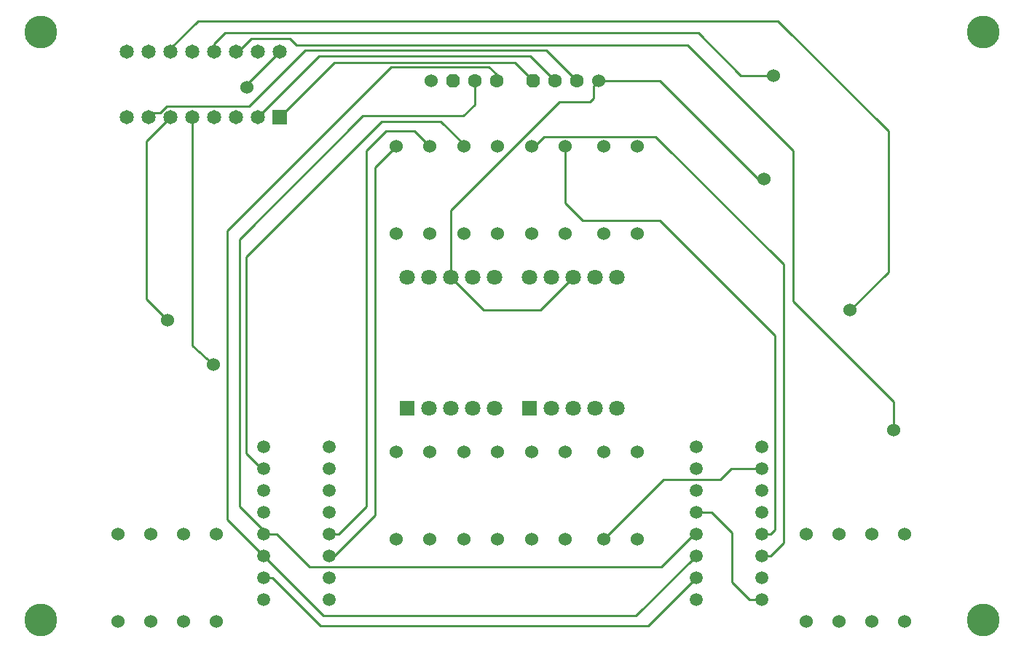
<source format=gbl>
G04*
G04 #@! TF.GenerationSoftware,Altium Limited,CircuitMaker,2.2.1 (6)*
G04*
G04 Layer_Physical_Order=2*
G04 Layer_Color=11436288*
%FSLAX25Y25*%
%MOIN*%
G70*
G04*
G04 #@! TF.SameCoordinates,C7A46A66-803E-4EFA-A11E-2D709BABBFBD*
G04*
G04*
G04 #@! TF.FilePolarity,Positive*
G04*
G01*
G75*
%ADD10C,0.01000*%
%ADD21C,0.05905*%
%ADD22R,0.07087X0.07087*%
%ADD23C,0.07087*%
%ADD24C,0.06000*%
%ADD25R,0.06500X0.06500*%
%ADD26C,0.06500*%
%ADD27C,0.06299*%
%ADD28P,0.06818X8X22.5*%
%ADD29C,0.15000*%
D10*
X528000Y375000D02*
X530500D01*
X483000Y420000D02*
X528000Y375000D01*
X455000Y420000D02*
X483000D01*
X269000Y298846D02*
X278500Y290000D01*
X352500Y221000D02*
Y380400D01*
X334000Y202500D02*
X352500Y221000D01*
X331500Y202500D02*
X334000D01*
X348500Y225000D02*
Y388000D01*
X336000Y212500D02*
X348500Y225000D01*
X331500Y212500D02*
X336000D01*
X300500Y242500D02*
X301500D01*
X293500Y249500D02*
X300500Y242500D01*
X293500Y249500D02*
Y339500D01*
X329000Y175000D02*
X472000D01*
X301500Y202500D02*
X329000Y175000D01*
X477500Y170500D02*
X499500Y192500D01*
X327500Y170500D02*
X477500D01*
X305500Y192500D02*
X327500Y170500D01*
X510500Y237500D02*
X515500Y242500D01*
X484600Y237500D02*
X510500D01*
X457100Y210000D02*
X484600Y237500D01*
X515500Y242500D02*
X529500D01*
X357500Y397000D02*
X370600D01*
X348500Y388000D02*
X357500Y397000D01*
X370600D02*
X377600Y390000D01*
X382500Y401500D02*
X393100Y390900D01*
X355500Y401500D02*
X382500D01*
X293500Y339500D02*
X355500Y401500D01*
X393000Y404000D02*
X398100Y409100D01*
X347000Y404000D02*
X393000D01*
X290500Y347500D02*
X347000Y404000D01*
X393100Y390000D02*
Y390900D01*
X495500Y436500D02*
X544000Y388000D01*
Y319000D02*
Y388000D01*
Y319000D02*
X590000Y273000D01*
Y260000D02*
Y273000D01*
X249000Y403500D02*
X250968Y405468D01*
X254250D01*
X257032Y408250D02*
X294750D01*
X254250Y405468D02*
X257032Y408250D01*
X294000Y418500D02*
X309000Y433500D01*
X294000Y417000D02*
Y418500D01*
X316500Y436500D02*
X495500D01*
X520000Y422500D02*
X535000D01*
X500500Y442000D02*
X520000Y422500D01*
X284000Y442000D02*
X500500D01*
X313609Y439391D02*
X316500Y436500D01*
X295891Y439391D02*
X313609D01*
X290000Y433500D02*
X295891Y439391D01*
X279000Y437000D02*
X284000Y442000D01*
X431000Y434000D02*
X445000Y420000D01*
X320500Y434000D02*
X431000D01*
X294750Y408250D02*
X320500Y434000D01*
X327000Y431500D02*
X423500D01*
X435000Y420000D01*
X299000Y403500D02*
X327000Y431500D01*
X334000Y428500D02*
X416500D01*
X425000Y420000D01*
X309000Y403500D02*
X334000Y428500D01*
X285000Y219000D02*
X301500Y202500D01*
X285000Y219000D02*
Y351500D01*
X360000Y426500D01*
X404500D02*
X408100Y422900D01*
X360000Y426500D02*
X404500D01*
X408100Y420000D02*
Y422900D01*
X269000Y298846D02*
Y403500D01*
X248000Y392500D02*
X259000Y403500D01*
X248000Y320000D02*
Y392500D01*
Y320000D02*
X257500Y310500D01*
X279000Y433500D02*
Y437000D01*
X537000Y447500D02*
X587500Y397000D01*
Y332500D02*
Y397000D01*
X570000Y315000D02*
X587500Y332500D01*
X271500Y447500D02*
X537000D01*
X259000Y435000D02*
X271500Y447500D01*
X259000Y433500D02*
Y435000D01*
X289000Y433500D02*
X290000D01*
X452500Y417500D02*
X455000Y420000D01*
X452500Y412000D02*
Y417500D01*
X402200Y315000D02*
X428100D01*
X387200Y330000D02*
X402200Y315000D01*
X451000Y410500D02*
X452500Y412000D01*
X437000Y410500D02*
X451000D01*
X387200Y360700D02*
X437000Y410500D01*
X387200Y330000D02*
Y360700D01*
X430000Y394500D02*
X481000D01*
X425500Y390000D02*
X430000Y394500D01*
X481000D02*
X539500Y336000D01*
X428100Y315000D02*
X443100Y330000D01*
X301500Y192500D02*
X305500D01*
X290500Y225000D02*
Y347500D01*
Y225000D02*
X301500Y214000D01*
X398100Y409100D02*
Y420000D01*
X301500Y212500D02*
Y214000D01*
X322500Y197500D02*
X483500D01*
X307500Y212500D02*
X322500Y197500D01*
X301500Y212500D02*
X307500D01*
X498500D02*
X499500D01*
X483500Y197500D02*
X498500Y212500D01*
X472000Y175000D02*
X499500Y202500D01*
X506500Y222500D02*
X516000Y213000D01*
Y190500D02*
Y213000D01*
X499500Y222500D02*
X506500D01*
X524000Y182500D02*
X529500D01*
X516000Y190500D02*
X524000Y182500D01*
X424100Y390000D02*
X425500D01*
X533500Y202500D02*
X539500Y208500D01*
X529500Y202500D02*
X533500D01*
X539500Y208500D02*
Y336000D01*
X447500Y356000D02*
X483000D01*
X535500Y303500D01*
X533500Y212500D02*
X535500Y214500D01*
Y303500D01*
X529500Y212500D02*
X533500D01*
X439600Y363900D02*
X447500Y356000D01*
X439600Y363900D02*
Y390000D01*
X352500Y380400D02*
X362100Y390000D01*
D21*
X301500Y182500D02*
D03*
Y192500D02*
D03*
Y202500D02*
D03*
Y212500D02*
D03*
Y222500D02*
D03*
Y232500D02*
D03*
Y242500D02*
D03*
Y252500D02*
D03*
X331500Y182500D02*
D03*
Y192500D02*
D03*
Y202500D02*
D03*
Y212500D02*
D03*
Y222500D02*
D03*
Y232500D02*
D03*
Y242500D02*
D03*
Y252500D02*
D03*
X499500Y182500D02*
D03*
Y192500D02*
D03*
Y202500D02*
D03*
Y212500D02*
D03*
Y222500D02*
D03*
Y232500D02*
D03*
Y242500D02*
D03*
Y252500D02*
D03*
X529500Y182500D02*
D03*
Y192500D02*
D03*
Y202500D02*
D03*
Y212500D02*
D03*
Y222500D02*
D03*
Y232500D02*
D03*
Y242500D02*
D03*
Y252500D02*
D03*
D22*
X423100Y270000D02*
D03*
X367200D02*
D03*
D23*
X433100D02*
D03*
X443100D02*
D03*
X453100D02*
D03*
X463100D02*
D03*
Y330000D02*
D03*
X453100D02*
D03*
X443100D02*
D03*
X433100D02*
D03*
X423100D02*
D03*
X367200D02*
D03*
X377200D02*
D03*
X387200D02*
D03*
X397200D02*
D03*
X407200D02*
D03*
Y270000D02*
D03*
X397200D02*
D03*
X387200D02*
D03*
X377200D02*
D03*
D24*
X278500Y290000D02*
D03*
X595000Y212500D02*
D03*
Y172500D02*
D03*
X580000Y212500D02*
D03*
Y172500D02*
D03*
X565000Y212500D02*
D03*
Y172500D02*
D03*
X550000Y212500D02*
D03*
Y172500D02*
D03*
X294000Y417000D02*
D03*
X530500Y375000D02*
D03*
X257500Y310500D02*
D03*
X535000Y422500D02*
D03*
X570000Y315000D02*
D03*
X590000Y260000D02*
D03*
X378100Y420000D02*
D03*
X455000D02*
D03*
X424100Y390000D02*
D03*
Y350000D02*
D03*
X457100Y210000D02*
D03*
Y250000D02*
D03*
X362100Y390000D02*
D03*
Y350000D02*
D03*
X377600Y390000D02*
D03*
Y350000D02*
D03*
X393100Y390000D02*
D03*
Y350000D02*
D03*
X408600Y390000D02*
D03*
Y350000D02*
D03*
X439600Y390000D02*
D03*
Y350000D02*
D03*
X457100Y390000D02*
D03*
Y350000D02*
D03*
X472600Y390000D02*
D03*
Y350000D02*
D03*
Y250000D02*
D03*
Y210000D02*
D03*
X439600D02*
D03*
Y250000D02*
D03*
X424100Y210000D02*
D03*
Y250000D02*
D03*
X408600Y210000D02*
D03*
Y250000D02*
D03*
X393100Y210000D02*
D03*
Y250000D02*
D03*
X377600Y210000D02*
D03*
Y250000D02*
D03*
X362100Y210000D02*
D03*
Y250000D02*
D03*
X235000Y172500D02*
D03*
Y212500D02*
D03*
X250000Y172500D02*
D03*
Y212500D02*
D03*
X265000Y172500D02*
D03*
Y212500D02*
D03*
X280000Y172500D02*
D03*
Y212500D02*
D03*
D25*
X309000Y403500D02*
D03*
D26*
X299000D02*
D03*
X289000D02*
D03*
X279000D02*
D03*
X269000D02*
D03*
X259000D02*
D03*
X249000D02*
D03*
X239000D02*
D03*
Y433500D02*
D03*
X249000D02*
D03*
X259000D02*
D03*
X269000D02*
D03*
X279000D02*
D03*
X289000D02*
D03*
X299000D02*
D03*
X309000D02*
D03*
D27*
X408100Y420000D02*
D03*
X398100D02*
D03*
X445000D02*
D03*
X435000D02*
D03*
D28*
X388100D02*
D03*
X425000D02*
D03*
D29*
X199500Y173000D02*
D03*
X631000D02*
D03*
Y442500D02*
D03*
X199500D02*
D03*
M02*

</source>
